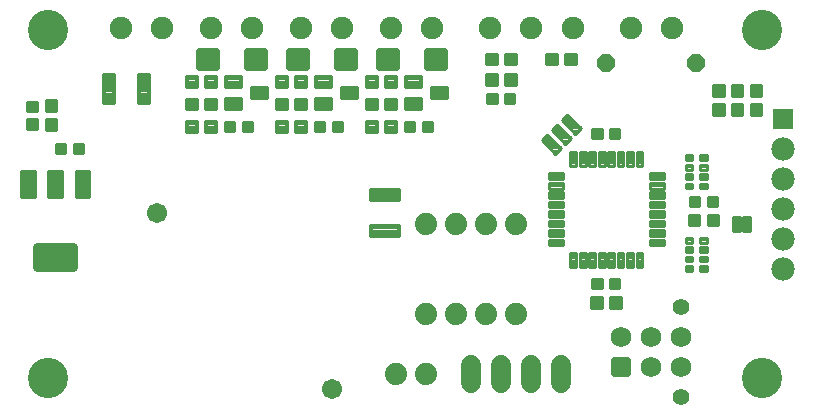
<source format=gts>
G75*
G70*
%OFA0B0*%
%FSLAX24Y24*%
%IPPOS*%
%LPD*%
%AMOC8*
5,1,8,0,0,1.08239X$1,22.5*
%
%ADD10C,0.0142*%
%ADD11C,0.0136*%
%ADD12C,0.0225*%
%ADD13C,0.0740*%
%ADD14C,0.0108*%
%ADD15R,0.0674X0.0674*%
%ADD16C,0.0780*%
%ADD17C,0.0118*%
%ADD18C,0.0107*%
%ADD19C,0.0114*%
%ADD20C,0.0204*%
%ADD21C,0.0680*%
%ADD22C,0.0552*%
%ADD23C,0.0106*%
%ADD24C,0.0674*%
%ADD25C,0.1340*%
%ADD26OC8,0.0600*%
%ADD27C,0.0674*%
%ADD28C,0.0168*%
%ADD29C,0.0284*%
%ADD30C,0.0749*%
D10*
X012804Y008694D02*
X012804Y009026D01*
X013726Y009026D01*
X013726Y008694D01*
X012804Y008694D01*
X012804Y008835D02*
X013726Y008835D01*
X013726Y008976D02*
X012804Y008976D01*
X012804Y009875D02*
X012804Y010207D01*
X013726Y010207D01*
X013726Y009875D01*
X012804Y009875D01*
X012804Y010016D02*
X013726Y010016D01*
X013726Y010157D02*
X012804Y010157D01*
X013963Y012911D02*
X013963Y013243D01*
X014451Y013243D01*
X014451Y012911D01*
X013963Y012911D01*
X013963Y013052D02*
X014451Y013052D01*
X014451Y013193D02*
X013963Y013193D01*
X013963Y013659D02*
X013963Y013991D01*
X014451Y013991D01*
X014451Y013659D01*
X013963Y013659D01*
X013963Y013800D02*
X014451Y013800D01*
X014451Y013941D02*
X013963Y013941D01*
X014829Y013617D02*
X014829Y013285D01*
X014829Y013617D02*
X015317Y013617D01*
X015317Y013285D01*
X014829Y013285D01*
X014829Y013426D02*
X015317Y013426D01*
X015317Y013567D02*
X014829Y013567D01*
X011829Y013617D02*
X011829Y013285D01*
X011829Y013617D02*
X012317Y013617D01*
X012317Y013285D01*
X011829Y013285D01*
X011829Y013426D02*
X012317Y013426D01*
X012317Y013567D02*
X011829Y013567D01*
X010963Y013659D02*
X010963Y013991D01*
X011451Y013991D01*
X011451Y013659D01*
X010963Y013659D01*
X010963Y013800D02*
X011451Y013800D01*
X011451Y013941D02*
X010963Y013941D01*
X010963Y013243D02*
X010963Y012911D01*
X010963Y013243D02*
X011451Y013243D01*
X011451Y012911D01*
X010963Y012911D01*
X010963Y013052D02*
X011451Y013052D01*
X011451Y013193D02*
X010963Y013193D01*
X008829Y013285D02*
X008829Y013617D01*
X009317Y013617D01*
X009317Y013285D01*
X008829Y013285D01*
X008829Y013426D02*
X009317Y013426D01*
X009317Y013567D02*
X008829Y013567D01*
X007963Y013659D02*
X007963Y013991D01*
X008451Y013991D01*
X008451Y013659D01*
X007963Y013659D01*
X007963Y013800D02*
X008451Y013800D01*
X008451Y013941D02*
X007963Y013941D01*
X007963Y013243D02*
X007963Y012911D01*
X007963Y013243D02*
X008451Y013243D01*
X008451Y012911D01*
X007963Y012911D01*
X007963Y013052D02*
X008451Y013052D01*
X008451Y013193D02*
X007963Y013193D01*
X005397Y013115D02*
X005065Y013115D01*
X005065Y014037D01*
X005397Y014037D01*
X005397Y013115D01*
X005397Y013256D02*
X005065Y013256D01*
X005065Y013397D02*
X005397Y013397D01*
X005397Y013538D02*
X005065Y013538D01*
X005065Y013679D02*
X005397Y013679D01*
X005397Y013820D02*
X005065Y013820D01*
X005065Y013961D02*
X005397Y013961D01*
X004215Y013115D02*
X003883Y013115D01*
X003883Y014037D01*
X004215Y014037D01*
X004215Y013115D01*
X004215Y013256D02*
X003883Y013256D01*
X003883Y013397D02*
X004215Y013397D01*
X004215Y013538D02*
X003883Y013538D01*
X003883Y013679D02*
X004215Y013679D01*
X004215Y013820D02*
X003883Y013820D01*
X003883Y013961D02*
X004215Y013961D01*
D11*
X001981Y013175D02*
X001981Y012857D01*
X001981Y013175D02*
X002299Y013175D01*
X002299Y012857D01*
X001981Y012857D01*
X001981Y012992D02*
X002299Y012992D01*
X002299Y013127D02*
X001981Y013127D01*
X001981Y012545D02*
X001981Y012227D01*
X001981Y012545D02*
X002299Y012545D01*
X002299Y012227D01*
X001981Y012227D01*
X001981Y012362D02*
X002299Y012362D01*
X002299Y012497D02*
X001981Y012497D01*
X006666Y012485D02*
X006984Y012485D01*
X006984Y012167D01*
X006666Y012167D01*
X006666Y012485D01*
X006666Y012302D02*
X006984Y012302D01*
X006984Y012437D02*
X006666Y012437D01*
X006666Y013235D02*
X006984Y013235D01*
X006984Y012917D01*
X006666Y012917D01*
X006666Y013235D01*
X006666Y013052D02*
X006984Y013052D01*
X006984Y013187D02*
X006666Y013187D01*
X006666Y013667D02*
X006984Y013667D01*
X006666Y013667D02*
X006666Y013985D01*
X006984Y013985D01*
X006984Y013667D01*
X006984Y013802D02*
X006666Y013802D01*
X006666Y013937D02*
X006984Y013937D01*
X007296Y013667D02*
X007614Y013667D01*
X007296Y013667D02*
X007296Y013985D01*
X007614Y013985D01*
X007614Y013667D01*
X007614Y013802D02*
X007296Y013802D01*
X007296Y013937D02*
X007614Y013937D01*
X007614Y013235D02*
X007296Y013235D01*
X007614Y013235D02*
X007614Y012917D01*
X007296Y012917D01*
X007296Y013235D01*
X007296Y013052D02*
X007614Y013052D01*
X007614Y013187D02*
X007296Y013187D01*
X007296Y012485D02*
X007614Y012485D01*
X007614Y012167D01*
X007296Y012167D01*
X007296Y012485D01*
X007296Y012302D02*
X007614Y012302D01*
X007614Y012437D02*
X007296Y012437D01*
X009666Y012485D02*
X009984Y012485D01*
X009984Y012167D01*
X009666Y012167D01*
X009666Y012485D01*
X009666Y012302D02*
X009984Y012302D01*
X009984Y012437D02*
X009666Y012437D01*
X010296Y012485D02*
X010614Y012485D01*
X010614Y012167D01*
X010296Y012167D01*
X010296Y012485D01*
X010296Y012302D02*
X010614Y012302D01*
X010614Y012437D02*
X010296Y012437D01*
X010296Y013235D02*
X010614Y013235D01*
X010614Y012917D01*
X010296Y012917D01*
X010296Y013235D01*
X010296Y013052D02*
X010614Y013052D01*
X010614Y013187D02*
X010296Y013187D01*
X009984Y013235D02*
X009666Y013235D01*
X009984Y013235D02*
X009984Y012917D01*
X009666Y012917D01*
X009666Y013235D01*
X009666Y013052D02*
X009984Y013052D01*
X009984Y013187D02*
X009666Y013187D01*
X009666Y013667D02*
X009984Y013667D01*
X009666Y013667D02*
X009666Y013985D01*
X009984Y013985D01*
X009984Y013667D01*
X009984Y013802D02*
X009666Y013802D01*
X009666Y013937D02*
X009984Y013937D01*
X010296Y013667D02*
X010614Y013667D01*
X010296Y013667D02*
X010296Y013985D01*
X010614Y013985D01*
X010614Y013667D01*
X010614Y013802D02*
X010296Y013802D01*
X010296Y013937D02*
X010614Y013937D01*
X012666Y013667D02*
X012984Y013667D01*
X012666Y013667D02*
X012666Y013985D01*
X012984Y013985D01*
X012984Y013667D01*
X012984Y013802D02*
X012666Y013802D01*
X012666Y013937D02*
X012984Y013937D01*
X013296Y013667D02*
X013614Y013667D01*
X013296Y013667D02*
X013296Y013985D01*
X013614Y013985D01*
X013614Y013667D01*
X013614Y013802D02*
X013296Y013802D01*
X013296Y013937D02*
X013614Y013937D01*
X013614Y013235D02*
X013296Y013235D01*
X013614Y013235D02*
X013614Y012917D01*
X013296Y012917D01*
X013296Y013235D01*
X013296Y013052D02*
X013614Y013052D01*
X013614Y013187D02*
X013296Y013187D01*
X012984Y013235D02*
X012666Y013235D01*
X012984Y013235D02*
X012984Y012917D01*
X012666Y012917D01*
X012666Y013235D01*
X012666Y013052D02*
X012984Y013052D01*
X012984Y013187D02*
X012666Y013187D01*
X012666Y012485D02*
X012984Y012485D01*
X012984Y012167D01*
X012666Y012167D01*
X012666Y012485D01*
X012666Y012302D02*
X012984Y012302D01*
X012984Y012437D02*
X012666Y012437D01*
X013296Y012485D02*
X013614Y012485D01*
X013614Y012167D01*
X013296Y012167D01*
X013296Y012485D01*
X013296Y012302D02*
X013614Y012302D01*
X013614Y012437D02*
X013296Y012437D01*
X016666Y013729D02*
X016984Y013729D01*
X016666Y013729D02*
X016666Y014047D01*
X016984Y014047D01*
X016984Y013729D01*
X016984Y013864D02*
X016666Y013864D01*
X016666Y013999D02*
X016984Y013999D01*
X017296Y013729D02*
X017614Y013729D01*
X017296Y013729D02*
X017296Y014047D01*
X017614Y014047D01*
X017614Y013729D01*
X017614Y013864D02*
X017296Y013864D01*
X017296Y013999D02*
X017614Y013999D01*
X017614Y014735D02*
X017296Y014735D01*
X017614Y014735D02*
X017614Y014417D01*
X017296Y014417D01*
X017296Y014735D01*
X017296Y014552D02*
X017614Y014552D01*
X017614Y014687D02*
X017296Y014687D01*
X016984Y014735D02*
X016666Y014735D01*
X016984Y014735D02*
X016984Y014417D01*
X016666Y014417D01*
X016666Y014735D01*
X016666Y014552D02*
X016984Y014552D01*
X016984Y014687D02*
X016666Y014687D01*
X018666Y014735D02*
X018984Y014735D01*
X018984Y014417D01*
X018666Y014417D01*
X018666Y014735D01*
X018666Y014552D02*
X018984Y014552D01*
X018984Y014687D02*
X018666Y014687D01*
X019296Y014735D02*
X019614Y014735D01*
X019614Y014417D01*
X019296Y014417D01*
X019296Y014735D01*
X019296Y014552D02*
X019614Y014552D01*
X019614Y014687D02*
X019296Y014687D01*
X024549Y013675D02*
X024549Y013357D01*
X024231Y013357D01*
X024231Y013675D01*
X024549Y013675D01*
X024549Y013492D02*
X024231Y013492D01*
X024231Y013627D02*
X024549Y013627D01*
X025174Y013675D02*
X025174Y013357D01*
X024856Y013357D01*
X024856Y013675D01*
X025174Y013675D01*
X025174Y013492D02*
X024856Y013492D01*
X024856Y013627D02*
X025174Y013627D01*
X025481Y013675D02*
X025481Y013357D01*
X025481Y013675D02*
X025799Y013675D01*
X025799Y013357D01*
X025481Y013357D01*
X025481Y013492D02*
X025799Y013492D01*
X025799Y013627D02*
X025481Y013627D01*
X025481Y013045D02*
X025481Y012727D01*
X025481Y013045D02*
X025799Y013045D01*
X025799Y012727D01*
X025481Y012727D01*
X025481Y012862D02*
X025799Y012862D01*
X025799Y012997D02*
X025481Y012997D01*
X025174Y013045D02*
X025174Y012727D01*
X024856Y012727D01*
X024856Y013045D01*
X025174Y013045D01*
X025174Y012862D02*
X024856Y012862D01*
X024856Y012997D02*
X025174Y012997D01*
X024549Y013045D02*
X024549Y012727D01*
X024231Y012727D01*
X024231Y013045D01*
X024549Y013045D01*
X024549Y012862D02*
X024231Y012862D01*
X024231Y012997D02*
X024549Y012997D01*
X024364Y009042D02*
X024046Y009042D01*
X024046Y009360D01*
X024364Y009360D01*
X024364Y009042D01*
X024364Y009177D02*
X024046Y009177D01*
X024046Y009312D02*
X024364Y009312D01*
X023734Y009042D02*
X023416Y009042D01*
X023416Y009360D01*
X023734Y009360D01*
X023734Y009042D01*
X023734Y009177D02*
X023416Y009177D01*
X023416Y009312D02*
X023734Y009312D01*
X021114Y006292D02*
X020796Y006292D01*
X020796Y006610D01*
X021114Y006610D01*
X021114Y006292D01*
X021114Y006427D02*
X020796Y006427D01*
X020796Y006562D02*
X021114Y006562D01*
X020484Y006292D02*
X020166Y006292D01*
X020166Y006610D01*
X020484Y006610D01*
X020484Y006292D01*
X020484Y006427D02*
X020166Y006427D01*
X020166Y006562D02*
X020484Y006562D01*
D12*
X015229Y014314D02*
X014665Y014314D01*
X014665Y014838D01*
X015229Y014838D01*
X015229Y014314D01*
X015229Y014538D02*
X014665Y014538D01*
X014665Y014762D02*
X015229Y014762D01*
X013615Y014314D02*
X013051Y014314D01*
X013051Y014838D01*
X013615Y014838D01*
X013615Y014314D01*
X013615Y014538D02*
X013051Y014538D01*
X013051Y014762D02*
X013615Y014762D01*
X012229Y014314D02*
X011665Y014314D01*
X011665Y014838D01*
X012229Y014838D01*
X012229Y014314D01*
X012229Y014538D02*
X011665Y014538D01*
X011665Y014762D02*
X012229Y014762D01*
X010615Y014314D02*
X010051Y014314D01*
X010051Y014838D01*
X010615Y014838D01*
X010615Y014314D01*
X010615Y014538D02*
X010051Y014538D01*
X010051Y014762D02*
X010615Y014762D01*
X009229Y014314D02*
X008665Y014314D01*
X008665Y014838D01*
X009229Y014838D01*
X009229Y014314D01*
X009229Y014538D02*
X008665Y014538D01*
X008665Y014762D02*
X009229Y014762D01*
X007615Y014314D02*
X007051Y014314D01*
X007051Y014838D01*
X007615Y014838D01*
X007615Y014314D01*
X007615Y014538D02*
X007051Y014538D01*
X007051Y014762D02*
X007615Y014762D01*
D13*
X014640Y009076D03*
X015640Y009076D03*
X016640Y009076D03*
X017640Y009076D03*
X017640Y006076D03*
X016640Y006076D03*
X015640Y006076D03*
X014640Y006076D03*
X014640Y004076D03*
X013640Y004076D03*
D14*
X019442Y007650D02*
X019442Y008122D01*
X019634Y008122D01*
X019634Y007650D01*
X019442Y007650D01*
X019442Y007757D02*
X019634Y007757D01*
X019634Y007864D02*
X019442Y007864D01*
X019442Y007971D02*
X019634Y007971D01*
X019634Y008078D02*
X019442Y008078D01*
X019757Y008122D02*
X019757Y007650D01*
X019757Y008122D02*
X019949Y008122D01*
X019949Y007650D01*
X019757Y007650D01*
X019757Y007757D02*
X019949Y007757D01*
X019949Y007864D02*
X019757Y007864D01*
X019757Y007971D02*
X019949Y007971D01*
X019949Y008078D02*
X019757Y008078D01*
X020072Y008122D02*
X020072Y007650D01*
X020072Y008122D02*
X020264Y008122D01*
X020264Y007650D01*
X020072Y007650D01*
X020072Y007757D02*
X020264Y007757D01*
X020264Y007864D02*
X020072Y007864D01*
X020072Y007971D02*
X020264Y007971D01*
X020264Y008078D02*
X020072Y008078D01*
X020387Y008122D02*
X020387Y007650D01*
X020387Y008122D02*
X020579Y008122D01*
X020579Y007650D01*
X020387Y007650D01*
X020387Y007757D02*
X020579Y007757D01*
X020579Y007864D02*
X020387Y007864D01*
X020387Y007971D02*
X020579Y007971D01*
X020579Y008078D02*
X020387Y008078D01*
X020701Y008122D02*
X020701Y007650D01*
X020701Y008122D02*
X020893Y008122D01*
X020893Y007650D01*
X020701Y007650D01*
X020701Y007757D02*
X020893Y007757D01*
X020893Y007864D02*
X020701Y007864D01*
X020701Y007971D02*
X020893Y007971D01*
X020893Y008078D02*
X020701Y008078D01*
X021016Y008122D02*
X021016Y007650D01*
X021016Y008122D02*
X021208Y008122D01*
X021208Y007650D01*
X021016Y007650D01*
X021016Y007757D02*
X021208Y007757D01*
X021208Y007864D02*
X021016Y007864D01*
X021016Y007971D02*
X021208Y007971D01*
X021208Y008078D02*
X021016Y008078D01*
X021331Y008122D02*
X021331Y007650D01*
X021331Y008122D02*
X021523Y008122D01*
X021523Y007650D01*
X021331Y007650D01*
X021331Y007757D02*
X021523Y007757D01*
X021523Y007864D02*
X021331Y007864D01*
X021331Y007971D02*
X021523Y007971D01*
X021523Y008078D02*
X021331Y008078D01*
X021646Y008122D02*
X021646Y007650D01*
X021646Y008122D02*
X021838Y008122D01*
X021838Y007650D01*
X021646Y007650D01*
X021646Y007757D02*
X021838Y007757D01*
X021838Y007864D02*
X021646Y007864D01*
X021646Y007971D02*
X021838Y007971D01*
X021838Y008078D02*
X021646Y008078D01*
X022094Y008377D02*
X022094Y008569D01*
X022566Y008569D01*
X022566Y008377D01*
X022094Y008377D01*
X022094Y008484D02*
X022566Y008484D01*
X022094Y008692D02*
X022094Y008884D01*
X022566Y008884D01*
X022566Y008692D01*
X022094Y008692D01*
X022094Y008799D02*
X022566Y008799D01*
X022094Y009007D02*
X022094Y009199D01*
X022566Y009199D01*
X022566Y009007D01*
X022094Y009007D01*
X022094Y009114D02*
X022566Y009114D01*
X022094Y009322D02*
X022094Y009514D01*
X022566Y009514D01*
X022566Y009322D01*
X022094Y009322D01*
X022094Y009429D02*
X022566Y009429D01*
X022094Y009637D02*
X022094Y009829D01*
X022566Y009829D01*
X022566Y009637D01*
X022094Y009637D01*
X022094Y009744D02*
X022566Y009744D01*
X022094Y009952D02*
X022094Y010144D01*
X022566Y010144D01*
X022566Y009952D01*
X022094Y009952D01*
X022094Y010059D02*
X022566Y010059D01*
X022094Y010267D02*
X022094Y010459D01*
X022566Y010459D01*
X022566Y010267D01*
X022094Y010267D01*
X022094Y010374D02*
X022566Y010374D01*
X022094Y010582D02*
X022094Y010774D01*
X022566Y010774D01*
X022566Y010582D01*
X022094Y010582D01*
X022094Y010689D02*
X022566Y010689D01*
X021646Y011030D02*
X021646Y011502D01*
X021838Y011502D01*
X021838Y011030D01*
X021646Y011030D01*
X021646Y011137D02*
X021838Y011137D01*
X021838Y011244D02*
X021646Y011244D01*
X021646Y011351D02*
X021838Y011351D01*
X021838Y011458D02*
X021646Y011458D01*
X021331Y011502D02*
X021331Y011030D01*
X021331Y011502D02*
X021523Y011502D01*
X021523Y011030D01*
X021331Y011030D01*
X021331Y011137D02*
X021523Y011137D01*
X021523Y011244D02*
X021331Y011244D01*
X021331Y011351D02*
X021523Y011351D01*
X021523Y011458D02*
X021331Y011458D01*
X021016Y011502D02*
X021016Y011030D01*
X021016Y011502D02*
X021208Y011502D01*
X021208Y011030D01*
X021016Y011030D01*
X021016Y011137D02*
X021208Y011137D01*
X021208Y011244D02*
X021016Y011244D01*
X021016Y011351D02*
X021208Y011351D01*
X021208Y011458D02*
X021016Y011458D01*
X020701Y011502D02*
X020701Y011030D01*
X020701Y011502D02*
X020893Y011502D01*
X020893Y011030D01*
X020701Y011030D01*
X020701Y011137D02*
X020893Y011137D01*
X020893Y011244D02*
X020701Y011244D01*
X020701Y011351D02*
X020893Y011351D01*
X020893Y011458D02*
X020701Y011458D01*
X020387Y011502D02*
X020387Y011030D01*
X020387Y011502D02*
X020579Y011502D01*
X020579Y011030D01*
X020387Y011030D01*
X020387Y011137D02*
X020579Y011137D01*
X020579Y011244D02*
X020387Y011244D01*
X020387Y011351D02*
X020579Y011351D01*
X020579Y011458D02*
X020387Y011458D01*
X020072Y011502D02*
X020072Y011030D01*
X020072Y011502D02*
X020264Y011502D01*
X020264Y011030D01*
X020072Y011030D01*
X020072Y011137D02*
X020264Y011137D01*
X020264Y011244D02*
X020072Y011244D01*
X020072Y011351D02*
X020264Y011351D01*
X020264Y011458D02*
X020072Y011458D01*
X019757Y011502D02*
X019757Y011030D01*
X019757Y011502D02*
X019949Y011502D01*
X019949Y011030D01*
X019757Y011030D01*
X019757Y011137D02*
X019949Y011137D01*
X019949Y011244D02*
X019757Y011244D01*
X019757Y011351D02*
X019949Y011351D01*
X019949Y011458D02*
X019757Y011458D01*
X019442Y011502D02*
X019442Y011030D01*
X019442Y011502D02*
X019634Y011502D01*
X019634Y011030D01*
X019442Y011030D01*
X019442Y011137D02*
X019634Y011137D01*
X019634Y011244D02*
X019442Y011244D01*
X019442Y011351D02*
X019634Y011351D01*
X019634Y011458D02*
X019442Y011458D01*
X018714Y010774D02*
X018714Y010582D01*
X018714Y010774D02*
X019186Y010774D01*
X019186Y010582D01*
X018714Y010582D01*
X018714Y010689D02*
X019186Y010689D01*
X018714Y010459D02*
X018714Y010267D01*
X018714Y010459D02*
X019186Y010459D01*
X019186Y010267D01*
X018714Y010267D01*
X018714Y010374D02*
X019186Y010374D01*
X018714Y010144D02*
X018714Y009952D01*
X018714Y010144D02*
X019186Y010144D01*
X019186Y009952D01*
X018714Y009952D01*
X018714Y010059D02*
X019186Y010059D01*
X018714Y009829D02*
X018714Y009637D01*
X018714Y009829D02*
X019186Y009829D01*
X019186Y009637D01*
X018714Y009637D01*
X018714Y009744D02*
X019186Y009744D01*
X018714Y009514D02*
X018714Y009322D01*
X018714Y009514D02*
X019186Y009514D01*
X019186Y009322D01*
X018714Y009322D01*
X018714Y009429D02*
X019186Y009429D01*
X018714Y009199D02*
X018714Y009007D01*
X018714Y009199D02*
X019186Y009199D01*
X019186Y009007D01*
X018714Y009007D01*
X018714Y009114D02*
X019186Y009114D01*
X018714Y008884D02*
X018714Y008692D01*
X018714Y008884D02*
X019186Y008884D01*
X019186Y008692D01*
X018714Y008692D01*
X018714Y008799D02*
X019186Y008799D01*
X018714Y008569D02*
X018714Y008377D01*
X018714Y008569D02*
X019186Y008569D01*
X019186Y008377D01*
X018714Y008377D01*
X018714Y008484D02*
X019186Y008484D01*
D15*
X026515Y012576D03*
D16*
X026515Y011576D03*
X026515Y010576D03*
X026515Y009576D03*
X026515Y008576D03*
X026515Y007576D03*
D17*
X024323Y009964D02*
X024047Y009964D01*
X024323Y009964D02*
X024323Y009688D01*
X024047Y009688D01*
X024047Y009964D01*
X024047Y009805D02*
X024323Y009805D01*
X024323Y009922D02*
X024047Y009922D01*
X023733Y009964D02*
X023457Y009964D01*
X023733Y009964D02*
X023733Y009688D01*
X023457Y009688D01*
X023457Y009964D01*
X023457Y009805D02*
X023733Y009805D01*
X023733Y009922D02*
X023457Y009922D01*
X021073Y011938D02*
X020797Y011938D01*
X020797Y012214D01*
X021073Y012214D01*
X021073Y011938D01*
X021073Y012055D02*
X020797Y012055D01*
X020797Y012172D02*
X021073Y012172D01*
X020483Y011938D02*
X020207Y011938D01*
X020207Y012214D01*
X020483Y012214D01*
X020483Y011938D01*
X020483Y012055D02*
X020207Y012055D01*
X020207Y012172D02*
X020483Y012172D01*
X017297Y013125D02*
X017297Y013401D01*
X017573Y013401D01*
X017573Y013125D01*
X017297Y013125D01*
X017297Y013242D02*
X017573Y013242D01*
X017573Y013359D02*
X017297Y013359D01*
X016707Y013401D02*
X016707Y013125D01*
X016707Y013401D02*
X016983Y013401D01*
X016983Y013125D01*
X016707Y013125D01*
X016707Y013242D02*
X016983Y013242D01*
X016983Y013359D02*
X016707Y013359D01*
X014547Y012464D02*
X014547Y012188D01*
X014547Y012464D02*
X014823Y012464D01*
X014823Y012188D01*
X014547Y012188D01*
X014547Y012305D02*
X014823Y012305D01*
X014823Y012422D02*
X014547Y012422D01*
X013957Y012464D02*
X013957Y012188D01*
X013957Y012464D02*
X014233Y012464D01*
X014233Y012188D01*
X013957Y012188D01*
X013957Y012305D02*
X014233Y012305D01*
X014233Y012422D02*
X013957Y012422D01*
X011547Y012464D02*
X011547Y012188D01*
X011547Y012464D02*
X011823Y012464D01*
X011823Y012188D01*
X011547Y012188D01*
X011547Y012305D02*
X011823Y012305D01*
X011823Y012422D02*
X011547Y012422D01*
X010957Y012464D02*
X010957Y012188D01*
X010957Y012464D02*
X011233Y012464D01*
X011233Y012188D01*
X010957Y012188D01*
X010957Y012305D02*
X011233Y012305D01*
X011233Y012422D02*
X010957Y012422D01*
X008547Y012464D02*
X008547Y012188D01*
X008547Y012464D02*
X008823Y012464D01*
X008823Y012188D01*
X008547Y012188D01*
X008547Y012305D02*
X008823Y012305D01*
X008823Y012422D02*
X008547Y012422D01*
X007957Y012464D02*
X007957Y012188D01*
X007957Y012464D02*
X008233Y012464D01*
X008233Y012188D01*
X007957Y012188D01*
X007957Y012305D02*
X008233Y012305D01*
X008233Y012422D02*
X007957Y012422D01*
X003198Y011438D02*
X002922Y011438D01*
X002922Y011714D01*
X003198Y011714D01*
X003198Y011438D01*
X003198Y011555D02*
X002922Y011555D01*
X002922Y011672D02*
X003198Y011672D01*
X002608Y011438D02*
X002332Y011438D01*
X002332Y011714D01*
X002608Y011714D01*
X002608Y011438D01*
X002608Y011555D02*
X002332Y011555D01*
X002332Y011672D02*
X002608Y011672D01*
X001653Y012543D02*
X001377Y012543D01*
X001653Y012543D02*
X001653Y012267D01*
X001377Y012267D01*
X001377Y012543D01*
X001377Y012384D02*
X001653Y012384D01*
X001653Y012501D02*
X001377Y012501D01*
X001377Y013134D02*
X001653Y013134D01*
X001653Y012858D01*
X001377Y012858D01*
X001377Y013134D01*
X001377Y012975D02*
X001653Y012975D01*
X001653Y013092D02*
X001377Y013092D01*
X020207Y006938D02*
X020483Y006938D01*
X020207Y006938D02*
X020207Y007214D01*
X020483Y007214D01*
X020483Y006938D01*
X020483Y007055D02*
X020207Y007055D01*
X020207Y007172D02*
X020483Y007172D01*
X020797Y006938D02*
X021073Y006938D01*
X020797Y006938D02*
X020797Y007214D01*
X021073Y007214D01*
X021073Y006938D01*
X021073Y007055D02*
X020797Y007055D01*
X020797Y007172D02*
X021073Y007172D01*
D18*
X018491Y011880D02*
X018668Y012057D01*
X019121Y011604D01*
X018944Y011427D01*
X018491Y011880D01*
X018838Y011533D02*
X019050Y011533D01*
X019086Y011639D02*
X018732Y011639D01*
X018626Y011745D02*
X018980Y011745D01*
X018874Y011851D02*
X018520Y011851D01*
X018568Y011957D02*
X018768Y011957D01*
X018825Y012214D02*
X019002Y012391D01*
X019455Y011938D01*
X019278Y011761D01*
X018825Y012214D01*
X019172Y011867D02*
X019384Y011867D01*
X019420Y011973D02*
X019066Y011973D01*
X018960Y012079D02*
X019314Y012079D01*
X019208Y012185D02*
X018854Y012185D01*
X018902Y012291D02*
X019102Y012291D01*
X019159Y012548D02*
X019336Y012725D01*
X019789Y012272D01*
X019612Y012095D01*
X019159Y012548D01*
X019506Y012201D02*
X019718Y012201D01*
X019754Y012307D02*
X019400Y012307D01*
X019294Y012413D02*
X019648Y012413D01*
X019542Y012519D02*
X019188Y012519D01*
X019236Y012625D02*
X019436Y012625D01*
D19*
X023505Y011379D02*
X023505Y011217D01*
X023283Y011217D01*
X023283Y011379D01*
X023505Y011379D01*
X023505Y011330D02*
X023283Y011330D01*
X023505Y011064D02*
X023505Y010902D01*
X023283Y010902D01*
X023283Y011064D01*
X023505Y011064D01*
X023505Y011015D02*
X023283Y011015D01*
X023505Y010749D02*
X023505Y010587D01*
X023283Y010587D01*
X023283Y010749D01*
X023505Y010749D01*
X023505Y010700D02*
X023283Y010700D01*
X023505Y010434D02*
X023505Y010272D01*
X023283Y010272D01*
X023283Y010434D01*
X023505Y010434D01*
X023505Y010385D02*
X023283Y010385D01*
X023997Y010434D02*
X023997Y010272D01*
X023775Y010272D01*
X023775Y010434D01*
X023997Y010434D01*
X023997Y010385D02*
X023775Y010385D01*
X023997Y010587D02*
X023997Y010749D01*
X023997Y010587D02*
X023775Y010587D01*
X023775Y010749D01*
X023997Y010749D01*
X023997Y010700D02*
X023775Y010700D01*
X023997Y010902D02*
X023997Y011064D01*
X023997Y010902D02*
X023775Y010902D01*
X023775Y011064D01*
X023997Y011064D01*
X023997Y011015D02*
X023775Y011015D01*
X023997Y011217D02*
X023997Y011379D01*
X023997Y011217D02*
X023775Y011217D01*
X023775Y011379D01*
X023997Y011379D01*
X023997Y011330D02*
X023775Y011330D01*
X023775Y008629D02*
X023775Y008467D01*
X023775Y008629D02*
X023997Y008629D01*
X023997Y008467D01*
X023775Y008467D01*
X023775Y008580D02*
X023997Y008580D01*
X023775Y008314D02*
X023775Y008152D01*
X023775Y008314D02*
X023997Y008314D01*
X023997Y008152D01*
X023775Y008152D01*
X023775Y008265D02*
X023997Y008265D01*
X023775Y007999D02*
X023775Y007837D01*
X023775Y007999D02*
X023997Y007999D01*
X023997Y007837D01*
X023775Y007837D01*
X023775Y007950D02*
X023997Y007950D01*
X023775Y007684D02*
X023775Y007522D01*
X023775Y007684D02*
X023997Y007684D01*
X023997Y007522D01*
X023775Y007522D01*
X023775Y007635D02*
X023997Y007635D01*
X023283Y007684D02*
X023283Y007522D01*
X023283Y007684D02*
X023505Y007684D01*
X023505Y007522D01*
X023283Y007522D01*
X023283Y007635D02*
X023505Y007635D01*
X023283Y007837D02*
X023283Y007999D01*
X023505Y007999D01*
X023505Y007837D01*
X023283Y007837D01*
X023283Y007950D02*
X023505Y007950D01*
X023283Y008152D02*
X023283Y008314D01*
X023505Y008314D01*
X023505Y008152D01*
X023283Y008152D01*
X023283Y008265D02*
X023505Y008265D01*
X023283Y008467D02*
X023283Y008629D01*
X023505Y008629D01*
X023505Y008467D01*
X023283Y008467D01*
X023283Y008580D02*
X023505Y008580D01*
D20*
X021378Y004564D02*
X021378Y004088D01*
X020902Y004088D01*
X020902Y004564D01*
X021378Y004564D01*
X021378Y004291D02*
X020902Y004291D01*
X020902Y004494D02*
X021378Y004494D01*
D21*
X022140Y004326D03*
X023140Y004326D03*
X023140Y005326D03*
X022140Y005326D03*
X021140Y005326D03*
D22*
X023140Y006326D03*
X023140Y003326D03*
D23*
X024870Y009313D02*
X025094Y009313D01*
X025094Y008839D01*
X024870Y008839D01*
X024870Y009313D01*
X024870Y008944D02*
X025094Y008944D01*
X025094Y009049D02*
X024870Y009049D01*
X024870Y009154D02*
X025094Y009154D01*
X025094Y009259D02*
X024870Y009259D01*
X025190Y008839D02*
X025414Y008839D01*
X025190Y008839D02*
X025190Y009313D01*
X025414Y009313D01*
X025414Y008839D01*
X025414Y008944D02*
X025190Y008944D01*
X025190Y009049D02*
X025414Y009049D01*
X025414Y009154D02*
X025190Y009154D01*
X025190Y009259D02*
X025414Y009259D01*
D24*
X011495Y003596D03*
X005649Y009442D03*
D25*
X002018Y003954D03*
X002018Y015568D03*
X025837Y015568D03*
X025837Y003954D03*
D26*
X023640Y014451D03*
X020640Y014451D03*
D27*
X019140Y004372D02*
X019140Y003779D01*
X018140Y003779D02*
X018140Y004372D01*
X017140Y004372D02*
X017140Y003779D01*
X016140Y003779D02*
X016140Y004372D01*
D28*
X003371Y010817D02*
X002979Y010817D01*
X003371Y010817D02*
X003371Y010025D01*
X002979Y010025D01*
X002979Y010817D01*
X002979Y010192D02*
X003371Y010192D01*
X003371Y010359D02*
X002979Y010359D01*
X002979Y010526D02*
X003371Y010526D01*
X003371Y010693D02*
X002979Y010693D01*
X002461Y010817D02*
X002069Y010817D01*
X002461Y010817D02*
X002461Y010025D01*
X002069Y010025D01*
X002069Y010817D01*
X002069Y010192D02*
X002461Y010192D01*
X002461Y010359D02*
X002069Y010359D01*
X002069Y010526D02*
X002461Y010526D01*
X002461Y010693D02*
X002069Y010693D01*
X001551Y010817D02*
X001159Y010817D01*
X001551Y010817D02*
X001551Y010025D01*
X001159Y010025D01*
X001159Y010817D01*
X001159Y010192D02*
X001551Y010192D01*
X001551Y010359D02*
X001159Y010359D01*
X001159Y010526D02*
X001551Y010526D01*
X001551Y010693D02*
X001159Y010693D01*
D29*
X001659Y008312D02*
X002871Y008312D01*
X002871Y007650D01*
X001659Y007650D01*
X001659Y008312D01*
X001659Y007933D02*
X002871Y007933D01*
X002871Y008216D02*
X001659Y008216D01*
D30*
X004451Y015615D03*
X005829Y015615D03*
X007451Y015615D03*
X008829Y015615D03*
X010451Y015615D03*
X011829Y015615D03*
X013451Y015615D03*
X014829Y015615D03*
X016762Y015615D03*
X018140Y015615D03*
X019518Y015615D03*
X021451Y015615D03*
X022829Y015615D03*
M02*

</source>
